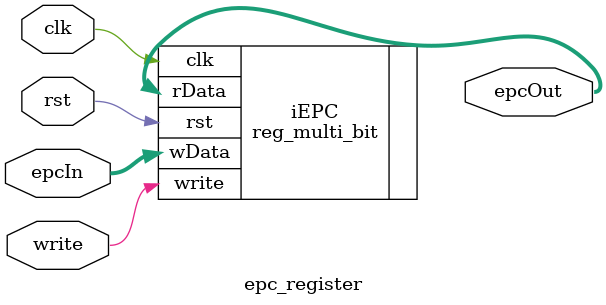
<source format=sv>
module epc_register(
    //Inputs
    clk, rst, epcIn, write,
    //Outputs
    epcOut
);
    input clk, rst, write;
    input [31:0] epcIn;
    output [31:0] epcOut;

    reg_multi_bit iEPC(.clk(clk),
                       .rst(rst),
                       .write(write),
                       .wData(epcIn),
                       .rData(epcOut));

endmodule
</source>
